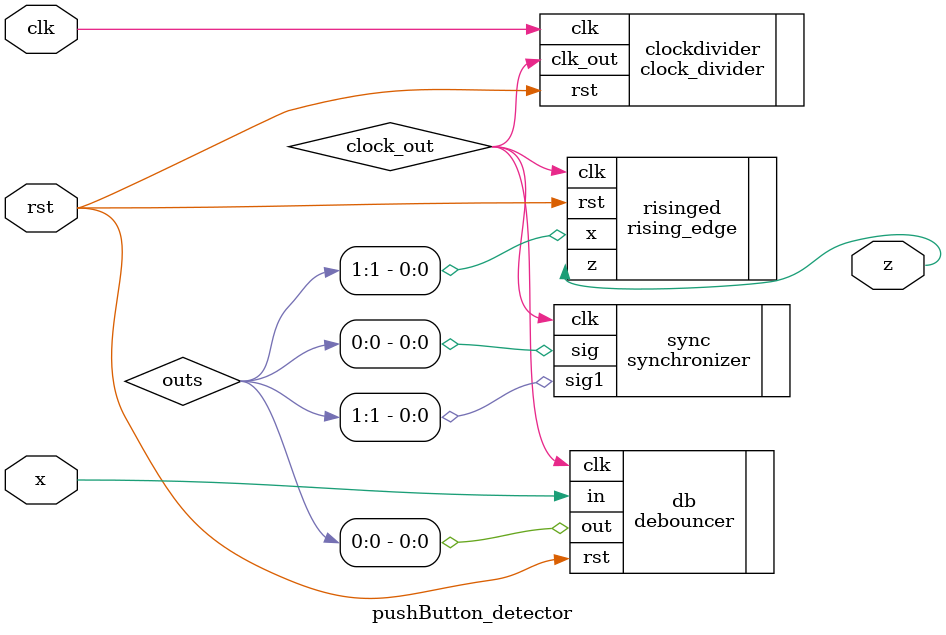
<source format=v>
`timescale 1ns / 1ps

module pushButton_detector(
    input clk, rst, x,
    output z
    );

    wire clock_out;
    wire [1:0] outs;

    clock_divider clockdivider(.clk(clk), .rst(rst), .clk_out(clock_out));
    debouncer db(.clk(clock_out), .rst(rst), .in(x), .out(outs[0]));
    synchronizer sync(.clk(clock_out), .sig(outs[0]), .sig1(outs[1]));
    rising_edge risinged(.clk(clock_out), .rst(rst), .x(outs[1]), .z(z));
    
endmodule

</source>
